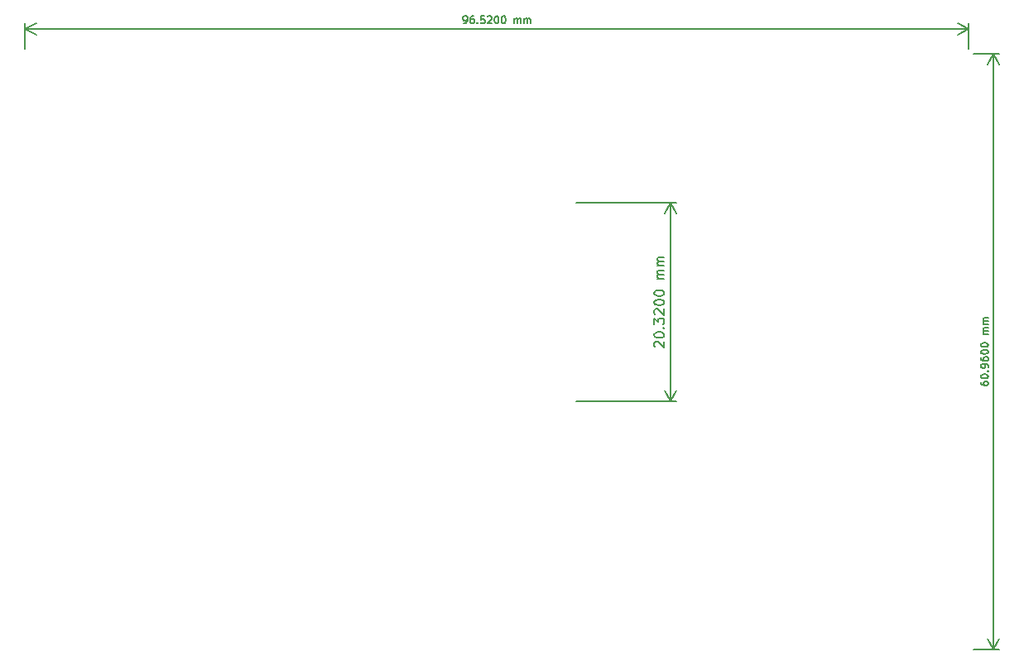
<source format=gbr>
%TF.GenerationSoftware,KiCad,Pcbnew,8.0.2-1*%
%TF.CreationDate,2024-11-16T15:05:09-05:00*%
%TF.ProjectId,Incubator-PowerBoard,496e6375-6261-4746-9f72-2d506f776572,v01a*%
%TF.SameCoordinates,Original*%
%TF.FileFunction,OtherDrawing,Comment*%
%FSLAX46Y46*%
G04 Gerber Fmt 4.6, Leading zero omitted, Abs format (unit mm)*
G04 Created by KiCad (PCBNEW 8.0.2-1) date 2024-11-16 15:05:09*
%MOMM*%
%LPD*%
G01*
G04 APERTURE LIST*
%ADD10C,0.150000*%
G04 APERTURE END LIST*
D10*
X173660057Y-52879046D02*
X173612438Y-52831427D01*
X173612438Y-52831427D02*
X173564819Y-52736189D01*
X173564819Y-52736189D02*
X173564819Y-52498094D01*
X173564819Y-52498094D02*
X173612438Y-52402856D01*
X173612438Y-52402856D02*
X173660057Y-52355237D01*
X173660057Y-52355237D02*
X173755295Y-52307618D01*
X173755295Y-52307618D02*
X173850533Y-52307618D01*
X173850533Y-52307618D02*
X173993390Y-52355237D01*
X173993390Y-52355237D02*
X174564819Y-52926665D01*
X174564819Y-52926665D02*
X174564819Y-52307618D01*
X173564819Y-51688570D02*
X173564819Y-51593332D01*
X173564819Y-51593332D02*
X173612438Y-51498094D01*
X173612438Y-51498094D02*
X173660057Y-51450475D01*
X173660057Y-51450475D02*
X173755295Y-51402856D01*
X173755295Y-51402856D02*
X173945771Y-51355237D01*
X173945771Y-51355237D02*
X174183866Y-51355237D01*
X174183866Y-51355237D02*
X174374342Y-51402856D01*
X174374342Y-51402856D02*
X174469580Y-51450475D01*
X174469580Y-51450475D02*
X174517200Y-51498094D01*
X174517200Y-51498094D02*
X174564819Y-51593332D01*
X174564819Y-51593332D02*
X174564819Y-51688570D01*
X174564819Y-51688570D02*
X174517200Y-51783808D01*
X174517200Y-51783808D02*
X174469580Y-51831427D01*
X174469580Y-51831427D02*
X174374342Y-51879046D01*
X174374342Y-51879046D02*
X174183866Y-51926665D01*
X174183866Y-51926665D02*
X173945771Y-51926665D01*
X173945771Y-51926665D02*
X173755295Y-51879046D01*
X173755295Y-51879046D02*
X173660057Y-51831427D01*
X173660057Y-51831427D02*
X173612438Y-51783808D01*
X173612438Y-51783808D02*
X173564819Y-51688570D01*
X174469580Y-50926665D02*
X174517200Y-50879046D01*
X174517200Y-50879046D02*
X174564819Y-50926665D01*
X174564819Y-50926665D02*
X174517200Y-50974284D01*
X174517200Y-50974284D02*
X174469580Y-50926665D01*
X174469580Y-50926665D02*
X174564819Y-50926665D01*
X173564819Y-50545713D02*
X173564819Y-49926666D01*
X173564819Y-49926666D02*
X173945771Y-50259999D01*
X173945771Y-50259999D02*
X173945771Y-50117142D01*
X173945771Y-50117142D02*
X173993390Y-50021904D01*
X173993390Y-50021904D02*
X174041009Y-49974285D01*
X174041009Y-49974285D02*
X174136247Y-49926666D01*
X174136247Y-49926666D02*
X174374342Y-49926666D01*
X174374342Y-49926666D02*
X174469580Y-49974285D01*
X174469580Y-49974285D02*
X174517200Y-50021904D01*
X174517200Y-50021904D02*
X174564819Y-50117142D01*
X174564819Y-50117142D02*
X174564819Y-50402856D01*
X174564819Y-50402856D02*
X174517200Y-50498094D01*
X174517200Y-50498094D02*
X174469580Y-50545713D01*
X173660057Y-49545713D02*
X173612438Y-49498094D01*
X173612438Y-49498094D02*
X173564819Y-49402856D01*
X173564819Y-49402856D02*
X173564819Y-49164761D01*
X173564819Y-49164761D02*
X173612438Y-49069523D01*
X173612438Y-49069523D02*
X173660057Y-49021904D01*
X173660057Y-49021904D02*
X173755295Y-48974285D01*
X173755295Y-48974285D02*
X173850533Y-48974285D01*
X173850533Y-48974285D02*
X173993390Y-49021904D01*
X173993390Y-49021904D02*
X174564819Y-49593332D01*
X174564819Y-49593332D02*
X174564819Y-48974285D01*
X173564819Y-48355237D02*
X173564819Y-48259999D01*
X173564819Y-48259999D02*
X173612438Y-48164761D01*
X173612438Y-48164761D02*
X173660057Y-48117142D01*
X173660057Y-48117142D02*
X173755295Y-48069523D01*
X173755295Y-48069523D02*
X173945771Y-48021904D01*
X173945771Y-48021904D02*
X174183866Y-48021904D01*
X174183866Y-48021904D02*
X174374342Y-48069523D01*
X174374342Y-48069523D02*
X174469580Y-48117142D01*
X174469580Y-48117142D02*
X174517200Y-48164761D01*
X174517200Y-48164761D02*
X174564819Y-48259999D01*
X174564819Y-48259999D02*
X174564819Y-48355237D01*
X174564819Y-48355237D02*
X174517200Y-48450475D01*
X174517200Y-48450475D02*
X174469580Y-48498094D01*
X174469580Y-48498094D02*
X174374342Y-48545713D01*
X174374342Y-48545713D02*
X174183866Y-48593332D01*
X174183866Y-48593332D02*
X173945771Y-48593332D01*
X173945771Y-48593332D02*
X173755295Y-48545713D01*
X173755295Y-48545713D02*
X173660057Y-48498094D01*
X173660057Y-48498094D02*
X173612438Y-48450475D01*
X173612438Y-48450475D02*
X173564819Y-48355237D01*
X173564819Y-47402856D02*
X173564819Y-47307618D01*
X173564819Y-47307618D02*
X173612438Y-47212380D01*
X173612438Y-47212380D02*
X173660057Y-47164761D01*
X173660057Y-47164761D02*
X173755295Y-47117142D01*
X173755295Y-47117142D02*
X173945771Y-47069523D01*
X173945771Y-47069523D02*
X174183866Y-47069523D01*
X174183866Y-47069523D02*
X174374342Y-47117142D01*
X174374342Y-47117142D02*
X174469580Y-47164761D01*
X174469580Y-47164761D02*
X174517200Y-47212380D01*
X174517200Y-47212380D02*
X174564819Y-47307618D01*
X174564819Y-47307618D02*
X174564819Y-47402856D01*
X174564819Y-47402856D02*
X174517200Y-47498094D01*
X174517200Y-47498094D02*
X174469580Y-47545713D01*
X174469580Y-47545713D02*
X174374342Y-47593332D01*
X174374342Y-47593332D02*
X174183866Y-47640951D01*
X174183866Y-47640951D02*
X173945771Y-47640951D01*
X173945771Y-47640951D02*
X173755295Y-47593332D01*
X173755295Y-47593332D02*
X173660057Y-47545713D01*
X173660057Y-47545713D02*
X173612438Y-47498094D01*
X173612438Y-47498094D02*
X173564819Y-47402856D01*
X174564819Y-45879046D02*
X173898152Y-45879046D01*
X173993390Y-45879046D02*
X173945771Y-45831427D01*
X173945771Y-45831427D02*
X173898152Y-45736189D01*
X173898152Y-45736189D02*
X173898152Y-45593332D01*
X173898152Y-45593332D02*
X173945771Y-45498094D01*
X173945771Y-45498094D02*
X174041009Y-45450475D01*
X174041009Y-45450475D02*
X174564819Y-45450475D01*
X174041009Y-45450475D02*
X173945771Y-45402856D01*
X173945771Y-45402856D02*
X173898152Y-45307618D01*
X173898152Y-45307618D02*
X173898152Y-45164761D01*
X173898152Y-45164761D02*
X173945771Y-45069522D01*
X173945771Y-45069522D02*
X174041009Y-45021903D01*
X174041009Y-45021903D02*
X174564819Y-45021903D01*
X174564819Y-44545713D02*
X173898152Y-44545713D01*
X173993390Y-44545713D02*
X173945771Y-44498094D01*
X173945771Y-44498094D02*
X173898152Y-44402856D01*
X173898152Y-44402856D02*
X173898152Y-44259999D01*
X173898152Y-44259999D02*
X173945771Y-44164761D01*
X173945771Y-44164761D02*
X174041009Y-44117142D01*
X174041009Y-44117142D02*
X174564819Y-44117142D01*
X174041009Y-44117142D02*
X173945771Y-44069523D01*
X173945771Y-44069523D02*
X173898152Y-43974285D01*
X173898152Y-43974285D02*
X173898152Y-43831428D01*
X173898152Y-43831428D02*
X173945771Y-43736189D01*
X173945771Y-43736189D02*
X174041009Y-43688570D01*
X174041009Y-43688570D02*
X174564819Y-43688570D01*
X165600000Y-58420000D02*
X175846420Y-58420000D01*
X165600000Y-38100000D02*
X175846420Y-38100000D01*
X175260000Y-58420000D02*
X175260000Y-38100000D01*
X175260000Y-58420000D02*
X175260000Y-38100000D01*
X175260000Y-58420000D02*
X174673579Y-57293496D01*
X175260000Y-58420000D02*
X175846421Y-57293496D01*
X175260000Y-38100000D02*
X175846421Y-39226504D01*
X175260000Y-38100000D02*
X174673579Y-39226504D01*
X206969164Y-56447144D02*
X206969164Y-56590001D01*
X206969164Y-56590001D02*
X207004878Y-56661429D01*
X207004878Y-56661429D02*
X207040592Y-56697144D01*
X207040592Y-56697144D02*
X207147735Y-56768572D01*
X207147735Y-56768572D02*
X207290592Y-56804286D01*
X207290592Y-56804286D02*
X207576307Y-56804286D01*
X207576307Y-56804286D02*
X207647735Y-56768572D01*
X207647735Y-56768572D02*
X207683450Y-56732858D01*
X207683450Y-56732858D02*
X207719164Y-56661429D01*
X207719164Y-56661429D02*
X207719164Y-56518572D01*
X207719164Y-56518572D02*
X207683450Y-56447144D01*
X207683450Y-56447144D02*
X207647735Y-56411429D01*
X207647735Y-56411429D02*
X207576307Y-56375715D01*
X207576307Y-56375715D02*
X207397735Y-56375715D01*
X207397735Y-56375715D02*
X207326307Y-56411429D01*
X207326307Y-56411429D02*
X207290592Y-56447144D01*
X207290592Y-56447144D02*
X207254878Y-56518572D01*
X207254878Y-56518572D02*
X207254878Y-56661429D01*
X207254878Y-56661429D02*
X207290592Y-56732858D01*
X207290592Y-56732858D02*
X207326307Y-56768572D01*
X207326307Y-56768572D02*
X207397735Y-56804286D01*
X206969164Y-55911429D02*
X206969164Y-55840000D01*
X206969164Y-55840000D02*
X207004878Y-55768572D01*
X207004878Y-55768572D02*
X207040592Y-55732858D01*
X207040592Y-55732858D02*
X207112021Y-55697143D01*
X207112021Y-55697143D02*
X207254878Y-55661429D01*
X207254878Y-55661429D02*
X207433450Y-55661429D01*
X207433450Y-55661429D02*
X207576307Y-55697143D01*
X207576307Y-55697143D02*
X207647735Y-55732858D01*
X207647735Y-55732858D02*
X207683450Y-55768572D01*
X207683450Y-55768572D02*
X207719164Y-55840000D01*
X207719164Y-55840000D02*
X207719164Y-55911429D01*
X207719164Y-55911429D02*
X207683450Y-55982858D01*
X207683450Y-55982858D02*
X207647735Y-56018572D01*
X207647735Y-56018572D02*
X207576307Y-56054286D01*
X207576307Y-56054286D02*
X207433450Y-56090000D01*
X207433450Y-56090000D02*
X207254878Y-56090000D01*
X207254878Y-56090000D02*
X207112021Y-56054286D01*
X207112021Y-56054286D02*
X207040592Y-56018572D01*
X207040592Y-56018572D02*
X207004878Y-55982858D01*
X207004878Y-55982858D02*
X206969164Y-55911429D01*
X207647735Y-55340000D02*
X207683450Y-55304286D01*
X207683450Y-55304286D02*
X207719164Y-55340000D01*
X207719164Y-55340000D02*
X207683450Y-55375714D01*
X207683450Y-55375714D02*
X207647735Y-55340000D01*
X207647735Y-55340000D02*
X207719164Y-55340000D01*
X207719164Y-54947143D02*
X207719164Y-54804286D01*
X207719164Y-54804286D02*
X207683450Y-54732857D01*
X207683450Y-54732857D02*
X207647735Y-54697143D01*
X207647735Y-54697143D02*
X207540592Y-54625714D01*
X207540592Y-54625714D02*
X207397735Y-54590000D01*
X207397735Y-54590000D02*
X207112021Y-54590000D01*
X207112021Y-54590000D02*
X207040592Y-54625714D01*
X207040592Y-54625714D02*
X207004878Y-54661429D01*
X207004878Y-54661429D02*
X206969164Y-54732857D01*
X206969164Y-54732857D02*
X206969164Y-54875714D01*
X206969164Y-54875714D02*
X207004878Y-54947143D01*
X207004878Y-54947143D02*
X207040592Y-54982857D01*
X207040592Y-54982857D02*
X207112021Y-55018571D01*
X207112021Y-55018571D02*
X207290592Y-55018571D01*
X207290592Y-55018571D02*
X207362021Y-54982857D01*
X207362021Y-54982857D02*
X207397735Y-54947143D01*
X207397735Y-54947143D02*
X207433450Y-54875714D01*
X207433450Y-54875714D02*
X207433450Y-54732857D01*
X207433450Y-54732857D02*
X207397735Y-54661429D01*
X207397735Y-54661429D02*
X207362021Y-54625714D01*
X207362021Y-54625714D02*
X207290592Y-54590000D01*
X206969164Y-53947143D02*
X206969164Y-54090000D01*
X206969164Y-54090000D02*
X207004878Y-54161428D01*
X207004878Y-54161428D02*
X207040592Y-54197143D01*
X207040592Y-54197143D02*
X207147735Y-54268571D01*
X207147735Y-54268571D02*
X207290592Y-54304285D01*
X207290592Y-54304285D02*
X207576307Y-54304285D01*
X207576307Y-54304285D02*
X207647735Y-54268571D01*
X207647735Y-54268571D02*
X207683450Y-54232857D01*
X207683450Y-54232857D02*
X207719164Y-54161428D01*
X207719164Y-54161428D02*
X207719164Y-54018571D01*
X207719164Y-54018571D02*
X207683450Y-53947143D01*
X207683450Y-53947143D02*
X207647735Y-53911428D01*
X207647735Y-53911428D02*
X207576307Y-53875714D01*
X207576307Y-53875714D02*
X207397735Y-53875714D01*
X207397735Y-53875714D02*
X207326307Y-53911428D01*
X207326307Y-53911428D02*
X207290592Y-53947143D01*
X207290592Y-53947143D02*
X207254878Y-54018571D01*
X207254878Y-54018571D02*
X207254878Y-54161428D01*
X207254878Y-54161428D02*
X207290592Y-54232857D01*
X207290592Y-54232857D02*
X207326307Y-54268571D01*
X207326307Y-54268571D02*
X207397735Y-54304285D01*
X206969164Y-53411428D02*
X206969164Y-53339999D01*
X206969164Y-53339999D02*
X207004878Y-53268571D01*
X207004878Y-53268571D02*
X207040592Y-53232857D01*
X207040592Y-53232857D02*
X207112021Y-53197142D01*
X207112021Y-53197142D02*
X207254878Y-53161428D01*
X207254878Y-53161428D02*
X207433450Y-53161428D01*
X207433450Y-53161428D02*
X207576307Y-53197142D01*
X207576307Y-53197142D02*
X207647735Y-53232857D01*
X207647735Y-53232857D02*
X207683450Y-53268571D01*
X207683450Y-53268571D02*
X207719164Y-53339999D01*
X207719164Y-53339999D02*
X207719164Y-53411428D01*
X207719164Y-53411428D02*
X207683450Y-53482857D01*
X207683450Y-53482857D02*
X207647735Y-53518571D01*
X207647735Y-53518571D02*
X207576307Y-53554285D01*
X207576307Y-53554285D02*
X207433450Y-53589999D01*
X207433450Y-53589999D02*
X207254878Y-53589999D01*
X207254878Y-53589999D02*
X207112021Y-53554285D01*
X207112021Y-53554285D02*
X207040592Y-53518571D01*
X207040592Y-53518571D02*
X207004878Y-53482857D01*
X207004878Y-53482857D02*
X206969164Y-53411428D01*
X206969164Y-52697142D02*
X206969164Y-52625713D01*
X206969164Y-52625713D02*
X207004878Y-52554285D01*
X207004878Y-52554285D02*
X207040592Y-52518571D01*
X207040592Y-52518571D02*
X207112021Y-52482856D01*
X207112021Y-52482856D02*
X207254878Y-52447142D01*
X207254878Y-52447142D02*
X207433450Y-52447142D01*
X207433450Y-52447142D02*
X207576307Y-52482856D01*
X207576307Y-52482856D02*
X207647735Y-52518571D01*
X207647735Y-52518571D02*
X207683450Y-52554285D01*
X207683450Y-52554285D02*
X207719164Y-52625713D01*
X207719164Y-52625713D02*
X207719164Y-52697142D01*
X207719164Y-52697142D02*
X207683450Y-52768571D01*
X207683450Y-52768571D02*
X207647735Y-52804285D01*
X207647735Y-52804285D02*
X207576307Y-52839999D01*
X207576307Y-52839999D02*
X207433450Y-52875713D01*
X207433450Y-52875713D02*
X207254878Y-52875713D01*
X207254878Y-52875713D02*
X207112021Y-52839999D01*
X207112021Y-52839999D02*
X207040592Y-52804285D01*
X207040592Y-52804285D02*
X207004878Y-52768571D01*
X207004878Y-52768571D02*
X206969164Y-52697142D01*
X207719164Y-51554284D02*
X207219164Y-51554284D01*
X207290592Y-51554284D02*
X207254878Y-51518570D01*
X207254878Y-51518570D02*
X207219164Y-51447141D01*
X207219164Y-51447141D02*
X207219164Y-51339998D01*
X207219164Y-51339998D02*
X207254878Y-51268570D01*
X207254878Y-51268570D02*
X207326307Y-51232856D01*
X207326307Y-51232856D02*
X207719164Y-51232856D01*
X207326307Y-51232856D02*
X207254878Y-51197141D01*
X207254878Y-51197141D02*
X207219164Y-51125713D01*
X207219164Y-51125713D02*
X207219164Y-51018570D01*
X207219164Y-51018570D02*
X207254878Y-50947141D01*
X207254878Y-50947141D02*
X207326307Y-50911427D01*
X207326307Y-50911427D02*
X207719164Y-50911427D01*
X207719164Y-50554284D02*
X207219164Y-50554284D01*
X207290592Y-50554284D02*
X207254878Y-50518570D01*
X207254878Y-50518570D02*
X207219164Y-50447141D01*
X207219164Y-50447141D02*
X207219164Y-50339998D01*
X207219164Y-50339998D02*
X207254878Y-50268570D01*
X207254878Y-50268570D02*
X207326307Y-50232856D01*
X207326307Y-50232856D02*
X207719164Y-50232856D01*
X207326307Y-50232856D02*
X207254878Y-50197141D01*
X207254878Y-50197141D02*
X207219164Y-50125713D01*
X207219164Y-50125713D02*
X207219164Y-50018570D01*
X207219164Y-50018570D02*
X207254878Y-49947141D01*
X207254878Y-49947141D02*
X207326307Y-49911427D01*
X207326307Y-49911427D02*
X207719164Y-49911427D01*
X206240000Y-22860000D02*
X208866420Y-22860000D01*
X208866420Y-83820000D02*
X206240000Y-83820000D01*
X208280000Y-22860000D02*
X208280000Y-83820000D01*
X208280000Y-22860000D02*
X208280000Y-83820000D01*
X208280000Y-22860000D02*
X208866421Y-23986504D01*
X208280000Y-22860000D02*
X207693579Y-23986504D01*
X208280000Y-83820000D02*
X207693579Y-82693496D01*
X208280000Y-83820000D02*
X208866421Y-82693496D01*
X154087141Y-19759164D02*
X154229998Y-19759164D01*
X154229998Y-19759164D02*
X154301427Y-19723450D01*
X154301427Y-19723450D02*
X154337141Y-19687735D01*
X154337141Y-19687735D02*
X154408570Y-19580592D01*
X154408570Y-19580592D02*
X154444284Y-19437735D01*
X154444284Y-19437735D02*
X154444284Y-19152021D01*
X154444284Y-19152021D02*
X154408570Y-19080592D01*
X154408570Y-19080592D02*
X154372856Y-19044878D01*
X154372856Y-19044878D02*
X154301427Y-19009164D01*
X154301427Y-19009164D02*
X154158570Y-19009164D01*
X154158570Y-19009164D02*
X154087141Y-19044878D01*
X154087141Y-19044878D02*
X154051427Y-19080592D01*
X154051427Y-19080592D02*
X154015713Y-19152021D01*
X154015713Y-19152021D02*
X154015713Y-19330592D01*
X154015713Y-19330592D02*
X154051427Y-19402021D01*
X154051427Y-19402021D02*
X154087141Y-19437735D01*
X154087141Y-19437735D02*
X154158570Y-19473450D01*
X154158570Y-19473450D02*
X154301427Y-19473450D01*
X154301427Y-19473450D02*
X154372856Y-19437735D01*
X154372856Y-19437735D02*
X154408570Y-19402021D01*
X154408570Y-19402021D02*
X154444284Y-19330592D01*
X155087142Y-19009164D02*
X154944284Y-19009164D01*
X154944284Y-19009164D02*
X154872856Y-19044878D01*
X154872856Y-19044878D02*
X154837142Y-19080592D01*
X154837142Y-19080592D02*
X154765713Y-19187735D01*
X154765713Y-19187735D02*
X154729999Y-19330592D01*
X154729999Y-19330592D02*
X154729999Y-19616307D01*
X154729999Y-19616307D02*
X154765713Y-19687735D01*
X154765713Y-19687735D02*
X154801427Y-19723450D01*
X154801427Y-19723450D02*
X154872856Y-19759164D01*
X154872856Y-19759164D02*
X155015713Y-19759164D01*
X155015713Y-19759164D02*
X155087142Y-19723450D01*
X155087142Y-19723450D02*
X155122856Y-19687735D01*
X155122856Y-19687735D02*
X155158570Y-19616307D01*
X155158570Y-19616307D02*
X155158570Y-19437735D01*
X155158570Y-19437735D02*
X155122856Y-19366307D01*
X155122856Y-19366307D02*
X155087142Y-19330592D01*
X155087142Y-19330592D02*
X155015713Y-19294878D01*
X155015713Y-19294878D02*
X154872856Y-19294878D01*
X154872856Y-19294878D02*
X154801427Y-19330592D01*
X154801427Y-19330592D02*
X154765713Y-19366307D01*
X154765713Y-19366307D02*
X154729999Y-19437735D01*
X155479999Y-19687735D02*
X155515713Y-19723450D01*
X155515713Y-19723450D02*
X155479999Y-19759164D01*
X155479999Y-19759164D02*
X155444285Y-19723450D01*
X155444285Y-19723450D02*
X155479999Y-19687735D01*
X155479999Y-19687735D02*
X155479999Y-19759164D01*
X156194285Y-19009164D02*
X155837142Y-19009164D01*
X155837142Y-19009164D02*
X155801428Y-19366307D01*
X155801428Y-19366307D02*
X155837142Y-19330592D01*
X155837142Y-19330592D02*
X155908571Y-19294878D01*
X155908571Y-19294878D02*
X156087142Y-19294878D01*
X156087142Y-19294878D02*
X156158571Y-19330592D01*
X156158571Y-19330592D02*
X156194285Y-19366307D01*
X156194285Y-19366307D02*
X156229999Y-19437735D01*
X156229999Y-19437735D02*
X156229999Y-19616307D01*
X156229999Y-19616307D02*
X156194285Y-19687735D01*
X156194285Y-19687735D02*
X156158571Y-19723450D01*
X156158571Y-19723450D02*
X156087142Y-19759164D01*
X156087142Y-19759164D02*
X155908571Y-19759164D01*
X155908571Y-19759164D02*
X155837142Y-19723450D01*
X155837142Y-19723450D02*
X155801428Y-19687735D01*
X156515714Y-19080592D02*
X156551428Y-19044878D01*
X156551428Y-19044878D02*
X156622857Y-19009164D01*
X156622857Y-19009164D02*
X156801428Y-19009164D01*
X156801428Y-19009164D02*
X156872857Y-19044878D01*
X156872857Y-19044878D02*
X156908571Y-19080592D01*
X156908571Y-19080592D02*
X156944285Y-19152021D01*
X156944285Y-19152021D02*
X156944285Y-19223450D01*
X156944285Y-19223450D02*
X156908571Y-19330592D01*
X156908571Y-19330592D02*
X156479999Y-19759164D01*
X156479999Y-19759164D02*
X156944285Y-19759164D01*
X157408571Y-19009164D02*
X157480000Y-19009164D01*
X157480000Y-19009164D02*
X157551428Y-19044878D01*
X157551428Y-19044878D02*
X157587143Y-19080592D01*
X157587143Y-19080592D02*
X157622857Y-19152021D01*
X157622857Y-19152021D02*
X157658571Y-19294878D01*
X157658571Y-19294878D02*
X157658571Y-19473450D01*
X157658571Y-19473450D02*
X157622857Y-19616307D01*
X157622857Y-19616307D02*
X157587143Y-19687735D01*
X157587143Y-19687735D02*
X157551428Y-19723450D01*
X157551428Y-19723450D02*
X157480000Y-19759164D01*
X157480000Y-19759164D02*
X157408571Y-19759164D01*
X157408571Y-19759164D02*
X157337143Y-19723450D01*
X157337143Y-19723450D02*
X157301428Y-19687735D01*
X157301428Y-19687735D02*
X157265714Y-19616307D01*
X157265714Y-19616307D02*
X157230000Y-19473450D01*
X157230000Y-19473450D02*
X157230000Y-19294878D01*
X157230000Y-19294878D02*
X157265714Y-19152021D01*
X157265714Y-19152021D02*
X157301428Y-19080592D01*
X157301428Y-19080592D02*
X157337143Y-19044878D01*
X157337143Y-19044878D02*
X157408571Y-19009164D01*
X158122857Y-19009164D02*
X158194286Y-19009164D01*
X158194286Y-19009164D02*
X158265714Y-19044878D01*
X158265714Y-19044878D02*
X158301429Y-19080592D01*
X158301429Y-19080592D02*
X158337143Y-19152021D01*
X158337143Y-19152021D02*
X158372857Y-19294878D01*
X158372857Y-19294878D02*
X158372857Y-19473450D01*
X158372857Y-19473450D02*
X158337143Y-19616307D01*
X158337143Y-19616307D02*
X158301429Y-19687735D01*
X158301429Y-19687735D02*
X158265714Y-19723450D01*
X158265714Y-19723450D02*
X158194286Y-19759164D01*
X158194286Y-19759164D02*
X158122857Y-19759164D01*
X158122857Y-19759164D02*
X158051429Y-19723450D01*
X158051429Y-19723450D02*
X158015714Y-19687735D01*
X158015714Y-19687735D02*
X157980000Y-19616307D01*
X157980000Y-19616307D02*
X157944286Y-19473450D01*
X157944286Y-19473450D02*
X157944286Y-19294878D01*
X157944286Y-19294878D02*
X157980000Y-19152021D01*
X157980000Y-19152021D02*
X158015714Y-19080592D01*
X158015714Y-19080592D02*
X158051429Y-19044878D01*
X158051429Y-19044878D02*
X158122857Y-19009164D01*
X159265715Y-19759164D02*
X159265715Y-19259164D01*
X159265715Y-19330592D02*
X159301429Y-19294878D01*
X159301429Y-19294878D02*
X159372858Y-19259164D01*
X159372858Y-19259164D02*
X159480001Y-19259164D01*
X159480001Y-19259164D02*
X159551429Y-19294878D01*
X159551429Y-19294878D02*
X159587144Y-19366307D01*
X159587144Y-19366307D02*
X159587144Y-19759164D01*
X159587144Y-19366307D02*
X159622858Y-19294878D01*
X159622858Y-19294878D02*
X159694286Y-19259164D01*
X159694286Y-19259164D02*
X159801429Y-19259164D01*
X159801429Y-19259164D02*
X159872858Y-19294878D01*
X159872858Y-19294878D02*
X159908572Y-19366307D01*
X159908572Y-19366307D02*
X159908572Y-19759164D01*
X160265715Y-19759164D02*
X160265715Y-19259164D01*
X160265715Y-19330592D02*
X160301429Y-19294878D01*
X160301429Y-19294878D02*
X160372858Y-19259164D01*
X160372858Y-19259164D02*
X160480001Y-19259164D01*
X160480001Y-19259164D02*
X160551429Y-19294878D01*
X160551429Y-19294878D02*
X160587144Y-19366307D01*
X160587144Y-19366307D02*
X160587144Y-19759164D01*
X160587144Y-19366307D02*
X160622858Y-19294878D01*
X160622858Y-19294878D02*
X160694286Y-19259164D01*
X160694286Y-19259164D02*
X160801429Y-19259164D01*
X160801429Y-19259164D02*
X160872858Y-19294878D01*
X160872858Y-19294878D02*
X160908572Y-19366307D01*
X160908572Y-19366307D02*
X160908572Y-19759164D01*
X109220000Y-22360000D02*
X109220000Y-19733580D01*
X205740000Y-19733580D02*
X205740000Y-22360000D01*
X109220000Y-20320000D02*
X205740000Y-20320000D01*
X109220000Y-20320000D02*
X205740000Y-20320000D01*
X109220000Y-20320000D02*
X110346504Y-19733579D01*
X109220000Y-20320000D02*
X110346504Y-20906421D01*
X205740000Y-20320000D02*
X204613496Y-20906421D01*
X205740000Y-20320000D02*
X204613496Y-19733579D01*
M02*

</source>
